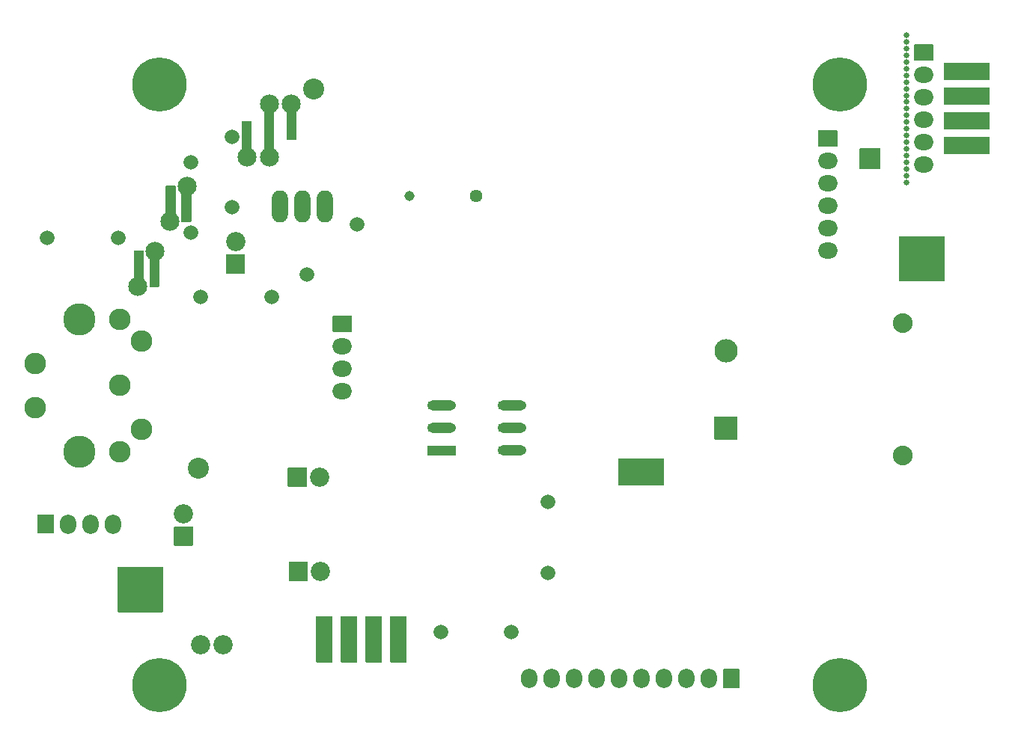
<source format=gbs>
G04 #@! TF.GenerationSoftware,KiCad,Pcbnew,(5.1.9-0-10_14)*
G04 #@! TF.CreationDate,2022-02-05T22:27:13-05:00*
G04 #@! TF.ProjectId,FlexFox80,466c6578-466f-4783-9830-2e6b69636164,1.10*
G04 #@! TF.SameCoordinates,Original*
G04 #@! TF.FileFunction,Soldermask,Bot*
G04 #@! TF.FilePolarity,Negative*
%FSLAX46Y46*%
G04 Gerber Fmt 4.6, Leading zero omitted, Abs format (unit mm)*
G04 Created by KiCad (PCBNEW (5.1.9-0-10_14)) date 2022-02-05 22:27:13*
%MOMM*%
%LPD*%
G01*
G04 APERTURE LIST*
%ADD10O,3.240000X1.140000*%
%ADD11C,0.740000*%
%ADD12C,2.640000*%
%ADD13C,2.240000*%
%ADD14C,2.140000*%
%ADD15C,1.440000*%
%ADD16C,1.140000*%
%ADD17C,6.140000*%
%ADD18O,2.172000X1.867200*%
%ADD19C,1.664000*%
%ADD20C,0.640000*%
%ADD21C,2.375200*%
%ADD22O,1.839260X3.640120*%
%ADD23C,2.440000*%
%ADD24C,3.640000*%
%ADD25O,2.172000X2.172000*%
%ADD26O,1.867200X2.172000*%
%ADD27C,2.172000*%
G04 APERTURE END LIST*
D10*
X73210000Y-72320000D03*
X65270000Y-72320000D03*
X73210000Y-74860000D03*
X65270000Y-74860000D03*
X73210000Y-77400000D03*
G36*
G01*
X63650000Y-77900000D02*
X63650000Y-76900000D01*
G75*
G02*
X63720000Y-76830000I70000J0D01*
G01*
X66820000Y-76830000D01*
G75*
G02*
X66890000Y-76900000I0J-70000D01*
G01*
X66890000Y-77900000D01*
G75*
G02*
X66820000Y-77970000I-70000J0D01*
G01*
X63720000Y-77970000D01*
G75*
G02*
X63650000Y-77900000I0J70000D01*
G01*
G37*
G36*
G01*
X90360000Y-78330000D02*
X90360000Y-81330000D01*
G75*
G02*
X90300000Y-81390000I-60000J0D01*
G01*
X85300000Y-81390000D01*
G75*
G02*
X85240000Y-81330000I0J60000D01*
G01*
X85240000Y-78330000D01*
G75*
G02*
X85300000Y-78270000I60000J0D01*
G01*
X90300000Y-78270000D01*
G75*
G02*
X90360000Y-78330000I0J-60000D01*
G01*
G37*
D11*
X86830000Y-80220000D03*
X86830000Y-79440000D03*
X87475000Y-80220000D03*
X87475000Y-79440000D03*
X88115000Y-80220000D03*
X88125000Y-79440000D03*
X88770000Y-80220000D03*
X88770000Y-79440000D03*
D12*
X97390000Y-66085000D03*
G36*
G01*
X98640000Y-76165000D02*
X96140000Y-76165000D01*
G75*
G02*
X96070000Y-76095000I0J70000D01*
G01*
X96070000Y-73595000D01*
G75*
G02*
X96140000Y-73525000I70000J0D01*
G01*
X98640000Y-73525000D01*
G75*
G02*
X98710000Y-73595000I0J-70000D01*
G01*
X98710000Y-76095000D01*
G75*
G02*
X98640000Y-76165000I-70000J0D01*
G01*
G37*
D13*
X117390000Y-62965000D03*
X117390000Y-77965000D03*
D14*
X32864900Y-54810000D03*
X30921800Y-58810000D03*
G36*
G01*
X32276000Y-54740000D02*
X33276000Y-54740000D01*
G75*
G02*
X33346000Y-54810000I0J-70000D01*
G01*
X33346000Y-58810000D01*
G75*
G02*
X33276000Y-58880000I-70000J0D01*
G01*
X32276000Y-58880000D01*
G75*
G02*
X32206000Y-58810000I0J70000D01*
G01*
X32206000Y-54810000D01*
G75*
G02*
X32276000Y-54740000I70000J0D01*
G01*
G37*
G36*
G01*
X30498000Y-54740000D02*
X31498000Y-54740000D01*
G75*
G02*
X31568000Y-54810000I0J-70000D01*
G01*
X31568000Y-58810000D01*
G75*
G02*
X31498000Y-58880000I-70000J0D01*
G01*
X30498000Y-58880000D01*
G75*
G02*
X30428000Y-58810000I0J70000D01*
G01*
X30428000Y-54810000D01*
G75*
G02*
X30498000Y-54740000I70000J0D01*
G01*
G37*
D15*
X69120000Y-48600000D03*
D16*
X61620000Y-48600000D03*
D17*
X110300000Y-104000000D03*
X33300000Y-104000000D03*
X110300000Y-36000000D03*
X33300000Y-36000000D03*
G36*
G01*
X120886000Y-31496400D02*
X120886000Y-33223600D01*
G75*
G02*
X120816000Y-33293600I-70000J0D01*
G01*
X118784000Y-33293600D01*
G75*
G02*
X118714000Y-33223600I0J70000D01*
G01*
X118714000Y-31496400D01*
G75*
G02*
X118784000Y-31426400I70000J0D01*
G01*
X120816000Y-31426400D01*
G75*
G02*
X120886000Y-31496400I0J-70000D01*
G01*
G37*
D18*
X119800000Y-34900000D03*
X119800000Y-37440000D03*
X119800000Y-39980000D03*
X119800000Y-42520000D03*
X119800000Y-45060000D03*
G36*
G01*
X28610000Y-95650000D02*
X28610000Y-90650000D01*
G75*
G02*
X28680000Y-90580000I70000J0D01*
G01*
X33680000Y-90580000D01*
G75*
G02*
X33750000Y-90650000I0J-70000D01*
G01*
X33750000Y-95650000D01*
G75*
G02*
X33680000Y-95720000I-70000J0D01*
G01*
X28680000Y-95720000D01*
G75*
G02*
X28610000Y-95650000I0J70000D01*
G01*
G37*
G36*
G01*
X117020000Y-58190000D02*
X117020000Y-53190000D01*
G75*
G02*
X117090000Y-53120000I70000J0D01*
G01*
X122090000Y-53120000D01*
G75*
G02*
X122160000Y-53190000I0J-70000D01*
G01*
X122160000Y-58190000D01*
G75*
G02*
X122090000Y-58260000I-70000J0D01*
G01*
X117090000Y-58260000D01*
G75*
G02*
X117020000Y-58190000I0J70000D01*
G01*
G37*
D19*
X55666854Y-51783146D03*
X50010000Y-57440000D03*
D11*
X50010000Y-57440000D03*
X55666854Y-51783146D03*
D20*
X117840000Y-47030000D03*
X117820000Y-46274089D03*
X117820000Y-45518180D03*
X117820000Y-44762271D03*
X117820000Y-39470908D03*
X117820000Y-40226817D03*
X117820000Y-40982726D03*
X117840000Y-41738635D03*
X117820000Y-42494544D03*
X117820000Y-43250453D03*
X117820000Y-44006362D03*
X117820000Y-34179545D03*
X117820000Y-33423636D03*
X117820000Y-32667727D03*
X117840000Y-31155909D03*
X117820000Y-30400000D03*
X117820000Y-34935454D03*
X117820000Y-35691363D03*
X117840000Y-36447272D03*
X117820000Y-37203181D03*
X117820000Y-37959090D03*
X117820000Y-38714999D03*
D21*
X37750000Y-79420000D03*
D22*
X49500000Y-49790000D03*
X46960000Y-49790000D03*
X52040000Y-49790000D03*
G36*
G01*
X112522400Y-45497600D02*
X112522400Y-43262400D01*
G75*
G02*
X112592400Y-43192400I70000J0D01*
G01*
X114827600Y-43192400D01*
G75*
G02*
X114897600Y-43262400I0J-70000D01*
G01*
X114897600Y-45497600D01*
G75*
G02*
X114827600Y-45567600I-70000J0D01*
G01*
X112592400Y-45567600D01*
G75*
G02*
X112522400Y-45497600I0J70000D01*
G01*
G37*
D21*
X50790000Y-36520000D03*
D19*
X77260000Y-91240000D03*
X77260000Y-83240000D03*
D11*
X77260000Y-83240000D03*
X77260000Y-91240000D03*
D19*
X38020000Y-60020000D03*
X46020000Y-60020000D03*
D11*
X46020000Y-60020000D03*
X38020000Y-60020000D03*
D19*
X36930000Y-52760000D03*
X36930000Y-44760000D03*
D11*
X36930000Y-44760000D03*
X36930000Y-52760000D03*
D19*
X20650000Y-53290000D03*
X28650000Y-53290000D03*
D11*
X28650000Y-53290000D03*
X20650000Y-53290000D03*
D19*
X41580000Y-41880000D03*
X41580000Y-49880000D03*
D11*
X41580000Y-49880000D03*
X41580000Y-41880000D03*
D19*
X65150000Y-97910000D03*
X73150000Y-97910000D03*
D11*
X73150000Y-97910000D03*
X65150000Y-97910000D03*
D20*
X117820000Y-31911818D03*
D14*
X45740000Y-44150000D03*
X45740000Y-38150000D03*
X48240000Y-38150000D03*
X43240000Y-44150000D03*
G36*
G01*
X45240000Y-38080000D02*
X46240000Y-38080000D01*
G75*
G02*
X46310000Y-38150000I0J-70000D01*
G01*
X46310000Y-44150000D01*
G75*
G02*
X46240000Y-44220000I-70000J0D01*
G01*
X45240000Y-44220000D01*
G75*
G02*
X45170000Y-44150000I0J70000D01*
G01*
X45170000Y-38150000D01*
G75*
G02*
X45240000Y-38080000I70000J0D01*
G01*
G37*
G36*
G01*
X47780000Y-38064000D02*
X48780000Y-38064000D01*
G75*
G02*
X48850000Y-38134000I0J-70000D01*
G01*
X48850000Y-42134000D01*
G75*
G02*
X48780000Y-42204000I-70000J0D01*
G01*
X47780000Y-42204000D01*
G75*
G02*
X47710000Y-42134000I0J70000D01*
G01*
X47710000Y-38134000D01*
G75*
G02*
X47780000Y-38064000I70000J0D01*
G01*
G37*
G36*
G01*
X42700000Y-40096000D02*
X43700000Y-40096000D01*
G75*
G02*
X43770000Y-40166000I0J-70000D01*
G01*
X43770000Y-44166000D01*
G75*
G02*
X43700000Y-44236000I-70000J0D01*
G01*
X42700000Y-44236000D01*
G75*
G02*
X42630000Y-44166000I0J70000D01*
G01*
X42630000Y-40166000D01*
G75*
G02*
X42700000Y-40096000I70000J0D01*
G01*
G37*
X36464900Y-47490000D03*
X34521800Y-51490000D03*
G36*
G01*
X35876000Y-47420000D02*
X36876000Y-47420000D01*
G75*
G02*
X36946000Y-47490000I0J-70000D01*
G01*
X36946000Y-51490000D01*
G75*
G02*
X36876000Y-51560000I-70000J0D01*
G01*
X35876000Y-51560000D01*
G75*
G02*
X35806000Y-51490000I0J70000D01*
G01*
X35806000Y-47490000D01*
G75*
G02*
X35876000Y-47420000I70000J0D01*
G01*
G37*
G36*
G01*
X34098000Y-47420000D02*
X35098000Y-47420000D01*
G75*
G02*
X35168000Y-47490000I0J-70000D01*
G01*
X35168000Y-51490000D01*
G75*
G02*
X35098000Y-51560000I-70000J0D01*
G01*
X34098000Y-51560000D01*
G75*
G02*
X34028000Y-51490000I0J70000D01*
G01*
X34028000Y-47490000D01*
G75*
G02*
X34098000Y-47420000I70000J0D01*
G01*
G37*
D23*
X31280000Y-65020000D03*
D24*
X24280000Y-77520000D03*
D23*
X28830000Y-62520000D03*
X28830000Y-70020000D03*
X28830000Y-77520000D03*
X31280000Y-75020000D03*
D24*
X24280000Y-62520000D03*
D23*
X19280000Y-72520000D03*
X19280000Y-67520000D03*
G36*
G01*
X61310000Y-96230000D02*
X61310000Y-101310000D01*
G75*
G02*
X61240000Y-101380000I-70000J0D01*
G01*
X59462000Y-101380000D01*
G75*
G02*
X59392000Y-101310000I0J70000D01*
G01*
X59392000Y-96230000D01*
G75*
G02*
X59462000Y-96160000I70000J0D01*
G01*
X61240000Y-96160000D01*
G75*
G02*
X61310000Y-96230000I0J-70000D01*
G01*
G37*
G36*
G01*
X58516000Y-96230000D02*
X58516000Y-101310000D01*
G75*
G02*
X58446000Y-101380000I-70000J0D01*
G01*
X56668000Y-101380000D01*
G75*
G02*
X56598000Y-101310000I0J70000D01*
G01*
X56598000Y-96230000D01*
G75*
G02*
X56668000Y-96160000I70000J0D01*
G01*
X58446000Y-96160000D01*
G75*
G02*
X58516000Y-96230000I0J-70000D01*
G01*
G37*
G36*
G01*
X55722000Y-96230000D02*
X55722000Y-101310000D01*
G75*
G02*
X55652000Y-101380000I-70000J0D01*
G01*
X53874000Y-101380000D01*
G75*
G02*
X53804000Y-101310000I0J70000D01*
G01*
X53804000Y-96230000D01*
G75*
G02*
X53874000Y-96160000I70000J0D01*
G01*
X55652000Y-96160000D01*
G75*
G02*
X55722000Y-96230000I0J-70000D01*
G01*
G37*
G36*
G01*
X52928000Y-96230000D02*
X52928000Y-101310000D01*
G75*
G02*
X52858000Y-101380000I-70000J0D01*
G01*
X51080000Y-101380000D01*
G75*
G02*
X51010000Y-101310000I0J70000D01*
G01*
X51010000Y-96230000D01*
G75*
G02*
X51080000Y-96160000I70000J0D01*
G01*
X52858000Y-96160000D01*
G75*
G02*
X52928000Y-96230000I0J-70000D01*
G01*
G37*
G36*
G01*
X52934000Y-63923600D02*
X52934000Y-62196400D01*
G75*
G02*
X53004000Y-62126400I70000J0D01*
G01*
X55036000Y-62126400D01*
G75*
G02*
X55106000Y-62196400I0J-70000D01*
G01*
X55106000Y-63923600D01*
G75*
G02*
X55036000Y-63993600I-70000J0D01*
G01*
X53004000Y-63993600D01*
G75*
G02*
X52934000Y-63923600I0J70000D01*
G01*
G37*
D18*
X54020000Y-65600000D03*
X54020000Y-68140000D03*
X54020000Y-70680000D03*
G36*
G01*
X107834000Y-42953600D02*
X107834000Y-41226400D01*
G75*
G02*
X107904000Y-41156400I70000J0D01*
G01*
X109936000Y-41156400D01*
G75*
G02*
X110006000Y-41226400I0J-70000D01*
G01*
X110006000Y-42953600D01*
G75*
G02*
X109936000Y-43023600I-70000J0D01*
G01*
X107904000Y-43023600D01*
G75*
G02*
X107834000Y-42953600I0J70000D01*
G01*
G37*
X108920000Y-44630000D03*
X108920000Y-47170000D03*
X108920000Y-49710000D03*
X108920000Y-52250000D03*
X108920000Y-54790000D03*
G36*
G01*
X122120000Y-33530000D02*
X127200000Y-33530000D01*
G75*
G02*
X127270000Y-33600000I0J-70000D01*
G01*
X127270000Y-35378000D01*
G75*
G02*
X127200000Y-35448000I-70000J0D01*
G01*
X122120000Y-35448000D01*
G75*
G02*
X122050000Y-35378000I0J70000D01*
G01*
X122050000Y-33600000D01*
G75*
G02*
X122120000Y-33530000I70000J0D01*
G01*
G37*
G36*
G01*
X122120000Y-36324000D02*
X127200000Y-36324000D01*
G75*
G02*
X127270000Y-36394000I0J-70000D01*
G01*
X127270000Y-38172000D01*
G75*
G02*
X127200000Y-38242000I-70000J0D01*
G01*
X122120000Y-38242000D01*
G75*
G02*
X122050000Y-38172000I0J70000D01*
G01*
X122050000Y-36394000D01*
G75*
G02*
X122120000Y-36324000I70000J0D01*
G01*
G37*
G36*
G01*
X122120000Y-39118000D02*
X127200000Y-39118000D01*
G75*
G02*
X127270000Y-39188000I0J-70000D01*
G01*
X127270000Y-40966000D01*
G75*
G02*
X127200000Y-41036000I-70000J0D01*
G01*
X122120000Y-41036000D01*
G75*
G02*
X122050000Y-40966000I0J70000D01*
G01*
X122050000Y-39188000D01*
G75*
G02*
X122120000Y-39118000I70000J0D01*
G01*
G37*
G36*
G01*
X122120000Y-41912000D02*
X127200000Y-41912000D01*
G75*
G02*
X127270000Y-41982000I0J-70000D01*
G01*
X127270000Y-43760000D01*
G75*
G02*
X127200000Y-43830000I-70000J0D01*
G01*
X122120000Y-43830000D01*
G75*
G02*
X122050000Y-43760000I0J70000D01*
G01*
X122050000Y-41982000D01*
G75*
G02*
X122120000Y-41912000I70000J0D01*
G01*
G37*
G36*
G01*
X43026000Y-55284000D02*
X43026000Y-57316000D01*
G75*
G02*
X42956000Y-57386000I-70000J0D01*
G01*
X40924000Y-57386000D01*
G75*
G02*
X40854000Y-57316000I0J70000D01*
G01*
X40854000Y-55284000D01*
G75*
G02*
X40924000Y-55214000I70000J0D01*
G01*
X42956000Y-55214000D01*
G75*
G02*
X43026000Y-55284000I0J-70000D01*
G01*
G37*
D25*
X41940000Y-53760000D03*
G36*
G01*
X97156400Y-102114000D02*
X98883600Y-102114000D01*
G75*
G02*
X98953600Y-102184000I0J-70000D01*
G01*
X98953600Y-104216000D01*
G75*
G02*
X98883600Y-104286000I-70000J0D01*
G01*
X97156400Y-104286000D01*
G75*
G02*
X97086400Y-104216000I0J70000D01*
G01*
X97086400Y-102184000D01*
G75*
G02*
X97156400Y-102114000I70000J0D01*
G01*
G37*
D26*
X95480000Y-103200000D03*
X92940000Y-103200000D03*
X90400000Y-103200000D03*
X87860000Y-103200000D03*
X85320000Y-103200000D03*
X82780000Y-103200000D03*
X80240000Y-103200000D03*
X77700000Y-103200000D03*
X75160000Y-103200000D03*
G36*
G01*
X21343600Y-86806000D02*
X19616400Y-86806000D01*
G75*
G02*
X19546400Y-86736000I0J70000D01*
G01*
X19546400Y-84704000D01*
G75*
G02*
X19616400Y-84634000I70000J0D01*
G01*
X21343600Y-84634000D01*
G75*
G02*
X21413600Y-84704000I0J-70000D01*
G01*
X21413600Y-86736000D01*
G75*
G02*
X21343600Y-86806000I-70000J0D01*
G01*
G37*
X23020000Y-85720000D03*
X25560000Y-85720000D03*
X28100000Y-85720000D03*
D25*
X36060000Y-84560000D03*
G36*
G01*
X37146000Y-86084000D02*
X37146000Y-88116000D01*
G75*
G02*
X37076000Y-88186000I-70000J0D01*
G01*
X35044000Y-88186000D01*
G75*
G02*
X34974000Y-88116000I0J70000D01*
G01*
X34974000Y-86084000D01*
G75*
G02*
X35044000Y-86014000I70000J0D01*
G01*
X37076000Y-86014000D01*
G75*
G02*
X37146000Y-86084000I0J-70000D01*
G01*
G37*
G36*
G01*
X50046000Y-92176000D02*
X48014000Y-92176000D01*
G75*
G02*
X47944000Y-92106000I0J70000D01*
G01*
X47944000Y-90074000D01*
G75*
G02*
X48014000Y-90004000I70000J0D01*
G01*
X50046000Y-90004000D01*
G75*
G02*
X50116000Y-90074000I0J-70000D01*
G01*
X50116000Y-92106000D01*
G75*
G02*
X50046000Y-92176000I-70000J0D01*
G01*
G37*
X51570000Y-91090000D03*
G36*
G01*
X49956000Y-81506000D02*
X47924000Y-81506000D01*
G75*
G02*
X47854000Y-81436000I0J70000D01*
G01*
X47854000Y-79404000D01*
G75*
G02*
X47924000Y-79334000I70000J0D01*
G01*
X49956000Y-79334000D01*
G75*
G02*
X50026000Y-79404000I0J-70000D01*
G01*
X50026000Y-81436000D01*
G75*
G02*
X49956000Y-81506000I-70000J0D01*
G01*
G37*
X51480000Y-80420000D03*
D27*
X37960000Y-99350000D03*
D25*
X40500000Y-99350000D03*
M02*

</source>
